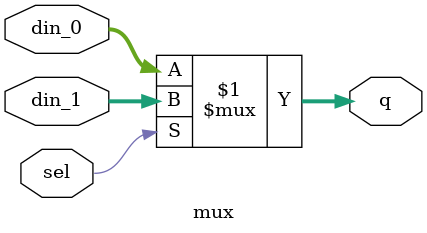
<source format=v>

module mux
(
	input [15:0] din_1,
	input [15:0] din_0,
	input sel,
	output [15:0] q
);

	assign q = sel ? din_1 : din_0;

endmodule

</source>
